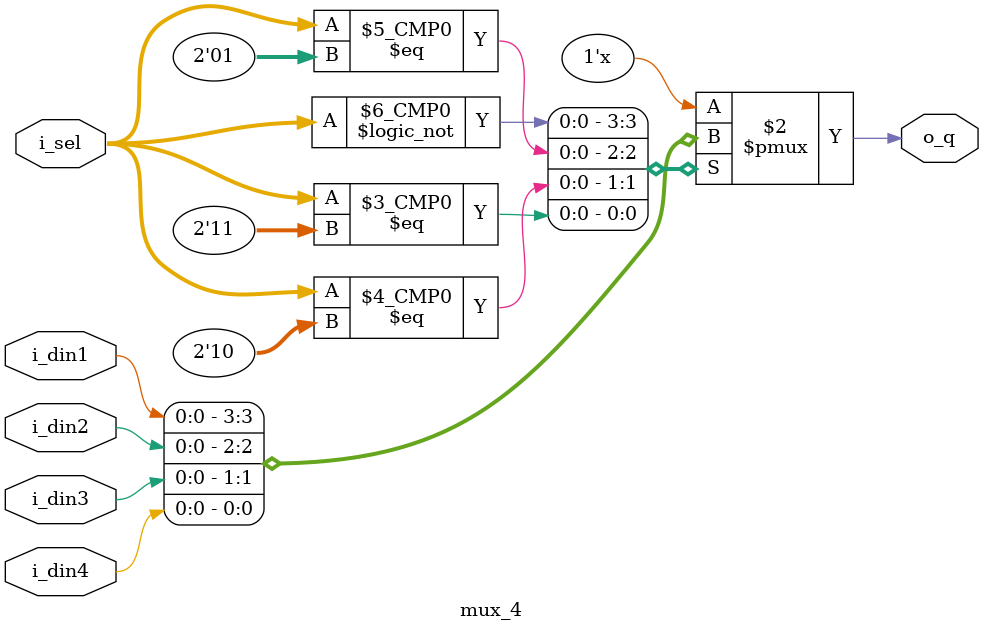
<source format=sv>

module mux_4 (
    input       i_din1,
    input       i_din2,
    input       i_din3,
    input       i_din4,
    input [1:0] i_sel,
    output reg  o_q
    );

    always @(i_din1 or i_din2 or i_din3 or i_din4 or i_sel) begin
        case (i_sel)
            2'b00: o_q = i_din1;
            2'b01: o_q = i_din2;
            2'b10: o_q = i_din3;
            2'b11: o_q = i_din4; 
            default: o_q = 1'bx;
        endcase
    end

endmodule
</source>
